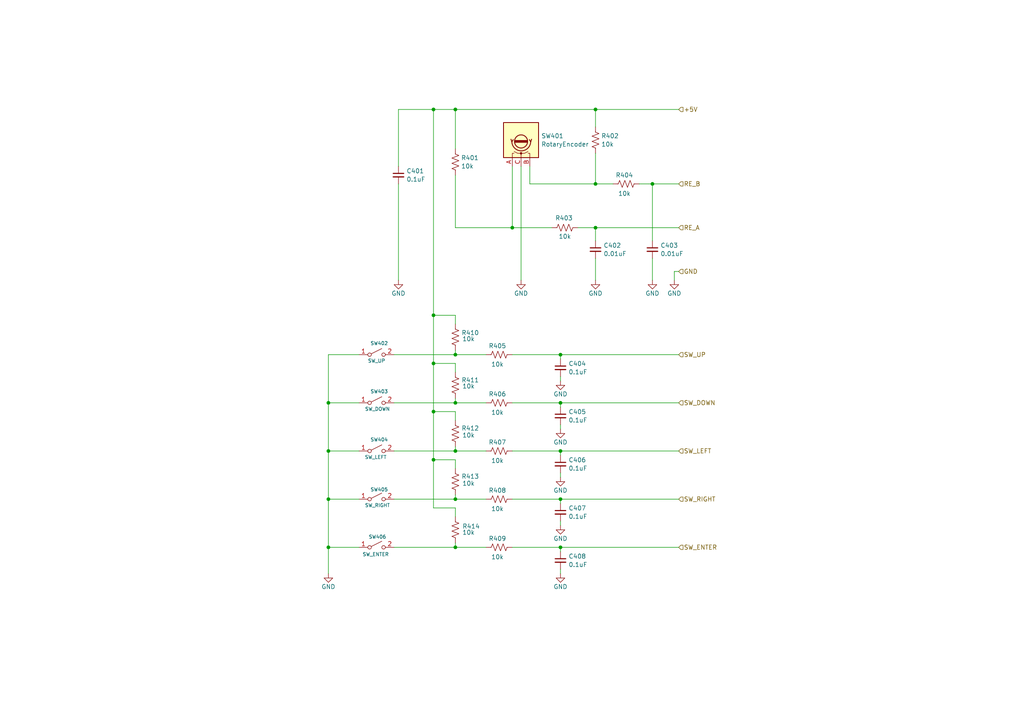
<source format=kicad_sch>
(kicad_sch (version 20231120) (generator "eeschema") (generator_version "8.0")
  (paper "A4")
  (title_block (title "InputSwitch Part") (date "2024-06-09") (rev "1.10") (company "LLC. YS-Lab.") (comment 1 "スイッチの名称を反映させる") (comment 2 "シュミットトリガ回路やめる"))
  (lib_symbols
    (symbol "Device:C_Small" (pin_numbers hide) (pin_names (offset 0.254) hide)
      (property "Reference" "C" (at 0.254 1.778 0))
      (property "Value" "C_Small" (at 0.254 -2.032 0))
      (symbol "C_Small_0_1"
        (polyline (pts (xy -1.524 -0.508) (xy 1.524 -0.508)) (stroke (width 0.3302)))
        (polyline (pts (xy -1.524 0.508) (xy 1.524 0.508)) (stroke (width 0.3048)))
      )
      (symbol "C_Small_1_1"
        (pin passive line (at 0 2.54 270) (length 2.032) (name "~") (number "1"))
        (pin passive line (at 0 -2.54 90) (length 2.032) (name "~") (number "2"))
      )
    )
    (symbol "Device:R_US" (pin_numbers hide) (pin_names (offset 0))
      (property "Reference" "R" (at 2.54 0 90))
      (property "Value" "R_US" (at -2.54 0 90))
      (symbol "R_US_0_1"
        (polyline (pts (xy 0 -2.286) (xy 0 -2.54)))
        (polyline (pts (xy 0 2.286) (xy 0 2.54)))
        (polyline (pts (xy 0 -0.762) (xy 1.016 -1.143) (xy 0 -1.524) (xy -1.016 -1.905) (xy 0 -2.286)))
        (polyline (pts (xy 0 0.762) (xy 1.016 0.381) (xy 0 0) (xy -1.016 -0.381) (xy 0 -0.762)))
        (polyline (pts (xy 0 2.286) (xy 1.016 1.905) (xy 0 1.524) (xy -1.016 1.143) (xy 0 0.762)))
      )
      (symbol "R_US_1_1"
        (pin passive line (at 0 3.81 270) (length 1.27) (name "~") (number "1"))
        (pin passive line (at 0 -3.81 90) (length 1.27) (name "~") (number "2"))
      )
    )
    (symbol "Device:RotaryEncoder" (pin_names (offset 0.254) hide)
      (property "Reference" "SW" (at 0 6.604 0))
      (property "Value" "RotaryEncoder" (at 0 -6.604 0))
      (symbol "RotaryEncoder_0_1"
        (rectangle (start -5.08 5.08) (end 5.08 -5.08) (stroke (width 0.254)) (fill (type background)))
        (circle (center -3.81 0) (radius 0.254) (fill (type outline)))
        (circle (center -0.381 0) (radius 1.905) (stroke (width 0.254)))
        (arc (start -0.381 2.667) (mid -3.0988 -0.0635) (end -0.381 -2.794) (stroke (width 0.254)))
        (polyline (pts (xy -0.635 -1.778) (xy -0.635 1.778)) (stroke (width 0.254)))
        (polyline (pts (xy -0.381 -1.778) (xy -0.381 1.778)) (stroke (width 0.254)))
        (polyline (pts (xy -0.127 1.778) (xy -0.127 -1.778)) (stroke (width 0.254)))
        (polyline (pts (xy -5.08 -2.54) (xy -3.81 -2.54) (xy -3.81 -2.032)))
        (polyline (pts (xy -5.08 2.54) (xy -3.81 2.54) (xy -3.81 2.032)))
        (polyline (pts (xy 0.254 -3.048) (xy -0.508 -2.794) (xy 0.127 -2.413)) (stroke (width 0.254)))
        (polyline (pts (xy 0.254 2.921) (xy -0.508 2.667) (xy 0.127 2.286)) (stroke (width 0.254)))
        (polyline (pts (xy -5.08 0) (xy -3.81 0) (xy -3.81 -1.016) (xy -3.302 -2.032)))
        (polyline (pts (xy -4.318 0) (xy -3.81 0) (xy -3.81 1.016) (xy -3.302 2.032)))
      )
      (symbol "RotaryEncoder_1_1"
        (pin passive line (at -7.62 2.54 0) (length 2.54) (name "A") (number "A"))
        (pin passive line (at -7.62 -2.54 0) (length 2.54) (name "B") (number "B"))
        (pin passive line (at -7.62 0 0) (length 2.54) (name "C") (number "C"))
      )
    )
    (symbol "Switch:SW_SPST" (pin_names (offset 0) hide)
      (property "Reference" "SW" (at 0 3.175 0))
      (property "Value" "SW_SPST" (at 0 -2.54 0))
      (symbol "SW_SPST_0_0"
        (circle (center -2.032 0) (radius 0.508))
        (polyline (pts (xy -1.524 0.254) (xy 1.524 1.778)))
        (circle (center 2.032 0) (radius 0.508))
      )
      (symbol "SW_SPST_1_1"
        (pin passive line (at -5.08 0 0) (length 2.54) (name "A") (number "1"))
        (pin passive line (at 5.08 0 180) (length 2.54) (name "B") (number "2"))
      )
    )
    (symbol "power:GND" (power) (pin_names (offset 0))
      (property "Value" "GND" (at 0 -3.81 0))
      (symbol "GND_0_1"
        (polyline (pts (xy 0 0) (xy 0 -1.27) (xy 1.27 -1.27) (xy 0 -2.54) (xy -1.27 -1.27) (xy 0 -1.27)))
      )
      (symbol "GND_1_1"
        (pin power_in line (at 0 0 270) (length 0) hide (name "GND") (number "1"))
      )
    )
  )
  (junction (at 125.73 31.75))
  (junction (at 148.59 66.04))
  (junction (at 172.72 66.04))
  (junction (at 125.73 91.44))
  (junction (at 162.56 144.78))
  (junction (at 172.72 31.75))
  (junction (at 132.08 31.75))
  (junction (at 132.08 158.75))
  (junction (at 162.56 116.84))
  (junction (at 132.08 102.87))
  (junction (at 125.73 105.41))
  (junction (at 95.25 116.84))
  (junction (at 95.25 144.78))
  (junction (at 172.72 53.34))
  (junction (at 132.08 144.78))
  (junction (at 95.25 158.75))
  (junction (at 132.08 130.81))
  (junction (at 132.08 116.84))
  (junction (at 95.25 130.81))
  (junction (at 125.73 119.38))
  (junction (at 162.56 130.81))
  (junction (at 162.56 158.75))
  (junction (at 162.56 102.87))
  (junction (at 125.73 133.35))
  (junction (at 189.23 53.34))
  (wire (pts (xy 95.25 158.75) (xy 95.25 166.37)))
  (wire (pts (xy 95.25 102.87) (xy 104.14 102.87)))
  (wire (pts (xy 189.23 53.34) (xy 189.23 69.85)))
  (wire (pts (xy 148.59 130.81) (xy 162.56 130.81)))
  (wire (pts (xy 114.3 130.81) (xy 132.08 130.81)))
  (wire (pts (xy 172.72 66.04) (xy 172.72 69.85)))
  (wire (pts (xy 132.08 101.6) (xy 132.08 102.87)))
  (wire (pts (xy 132.08 133.35) (xy 125.73 133.35)))
  (wire (pts (xy 162.56 130.81) (xy 162.56 132.08)))
  (wire (pts (xy 115.57 31.75) (xy 115.57 48.26)))
  (wire (pts (xy 148.59 66.04) (xy 132.08 66.04)))
  (wire (pts (xy 189.23 53.34) (xy 196.85 53.34)))
  (wire (pts (xy 132.08 31.75) (xy 172.72 31.75)))
  (wire (pts (xy 115.57 53.34) (xy 115.57 81.28)))
  (wire (pts (xy 162.56 130.81) (xy 196.85 130.81)))
  (wire (pts (xy 132.08 107.95) (xy 132.08 105.41)))
  (wire (pts (xy 148.59 158.75) (xy 162.56 158.75)))
  (wire (pts (xy 132.08 91.44) (xy 125.73 91.44)))
  (wire (pts (xy 172.72 44.45) (xy 172.72 53.34)))
  (wire (pts (xy 125.73 31.75) (xy 125.73 91.44)))
  (wire (pts (xy 189.23 74.93) (xy 189.23 81.28)))
  (wire (pts (xy 114.3 116.84) (xy 132.08 116.84)))
  (wire (pts (xy 132.08 158.75) (xy 140.97 158.75)))
  (wire (pts (xy 132.08 129.54) (xy 132.08 130.81)))
  (wire (pts (xy 172.72 66.04) (xy 196.85 66.04)))
  (wire (pts (xy 148.59 116.84) (xy 162.56 116.84)))
  (wire (pts (xy 132.08 147.32) (xy 132.08 149.86)))
  (wire (pts (xy 114.3 158.75) (xy 132.08 158.75)))
  (wire (pts (xy 125.73 133.35) (xy 125.73 147.32)))
  (wire (pts (xy 162.56 144.78) (xy 162.56 146.05)))
  (wire (pts (xy 132.08 50.8) (xy 132.08 66.04)))
  (wire (pts (xy 95.25 116.84) (xy 104.14 116.84)))
  (wire (pts (xy 162.56 116.84) (xy 162.56 118.11)))
  (wire (pts (xy 172.72 31.75) (xy 172.72 36.83)))
  (wire (pts (xy 115.57 31.75) (xy 125.73 31.75)))
  (wire (pts (xy 172.72 74.93) (xy 172.72 81.28)))
  (wire (pts (xy 132.08 143.51) (xy 132.08 144.78)))
  (wire (pts (xy 125.73 119.38) (xy 125.73 133.35)))
  (wire (pts (xy 172.72 31.75) (xy 196.85 31.75)))
  (wire (pts (xy 95.25 102.87) (xy 95.25 116.84)))
  (wire (pts (xy 95.25 144.78) (xy 95.25 158.75)))
  (wire (pts (xy 162.56 102.87) (xy 196.85 102.87)))
  (wire (pts (xy 162.56 109.22) (xy 162.56 110.49)))
  (wire (pts (xy 167.64 66.04) (xy 172.72 66.04)))
  (wire (pts (xy 95.25 116.84) (xy 95.25 130.81)))
  (wire (pts (xy 172.72 53.34) (xy 177.8 53.34)))
  (wire (pts (xy 95.25 130.81) (xy 95.25 144.78)))
  (wire (pts (xy 114.3 102.87) (xy 132.08 102.87)))
  (wire (pts (xy 125.73 147.32) (xy 132.08 147.32)))
  (wire (pts (xy 95.25 144.78) (xy 104.14 144.78)))
  (wire (pts (xy 162.56 137.16) (xy 162.56 138.43)))
  (wire (pts (xy 162.56 144.78) (xy 196.85 144.78)))
  (wire (pts (xy 132.08 130.81) (xy 140.97 130.81)))
  (wire (pts (xy 162.56 165.1) (xy 162.56 166.37)))
  (wire (pts (xy 162.56 123.19) (xy 162.56 124.46)))
  (wire (pts (xy 125.73 105.41) (xy 125.73 119.38)))
  (wire (pts (xy 153.67 53.34) (xy 153.67 48.26)))
  (wire (pts (xy 148.59 48.26) (xy 148.59 66.04)))
  (wire (pts (xy 132.08 31.75) (xy 132.08 43.18)))
  (wire (pts (xy 132.08 144.78) (xy 140.97 144.78)))
  (wire (pts (xy 162.56 158.75) (xy 196.85 158.75)))
  (wire (pts (xy 148.59 102.87) (xy 162.56 102.87)))
  (wire (pts (xy 148.59 144.78) (xy 162.56 144.78)))
  (wire (pts (xy 95.25 130.81) (xy 104.14 130.81)))
  (wire (pts (xy 132.08 102.87) (xy 140.97 102.87)))
  (wire (pts (xy 162.56 158.75) (xy 162.56 160.02)))
  (wire (pts (xy 162.56 151.13) (xy 162.56 152.4)))
  (wire (pts (xy 195.58 78.74) (xy 195.58 81.28)))
  (wire (pts (xy 162.56 104.14) (xy 162.56 102.87)))
  (wire (pts (xy 132.08 135.89) (xy 132.08 133.35)))
  (wire (pts (xy 132.08 121.92) (xy 132.08 119.38)))
  (wire (pts (xy 196.85 78.74) (xy 195.58 78.74)))
  (wire (pts (xy 151.13 48.26) (xy 151.13 81.28)))
  (wire (pts (xy 160.02 66.04) (xy 148.59 66.04)))
  (wire (pts (xy 132.08 93.98) (xy 132.08 91.44)))
  (wire (pts (xy 132.08 105.41) (xy 125.73 105.41)))
  (wire (pts (xy 185.42 53.34) (xy 189.23 53.34)))
  (wire (pts (xy 172.72 53.34) (xy 153.67 53.34)))
  (wire (pts (xy 114.3 144.78) (xy 132.08 144.78)))
  (wire (pts (xy 95.25 158.75) (xy 104.14 158.75)))
  (wire (pts (xy 132.08 116.84) (xy 140.97 116.84)))
  (wire (pts (xy 125.73 91.44) (xy 125.73 105.41)))
  (wire (pts (xy 132.08 119.38) (xy 125.73 119.38)))
  (wire (pts (xy 125.73 31.75) (xy 132.08 31.75)))
  (wire (pts (xy 132.08 157.48) (xy 132.08 158.75)))
  (wire (pts (xy 132.08 115.57) (xy 132.08 116.84)))
  (wire (pts (xy 162.56 116.84) (xy 196.85 116.84)))
  (hierarchical_label "RE_B" (shape input) (at 196.85 53.34 0))
  (hierarchical_label "SW_RIGHT" (shape input) (at 196.85 144.78 0))
  (hierarchical_label "SW_UP" (shape input) (at 196.85 102.87 0))
  (hierarchical_label "RE_A" (shape input) (at 196.85 66.04 0))
  (hierarchical_label "SW_LEFT" (shape input) (at 196.85 130.81 0))
  (hierarchical_label "SW_DOWN" (shape input) (at 196.85 116.84 0))
  (hierarchical_label "+5V" (shape input) (at 196.85 31.75 0))
  (hierarchical_label "SW_ENTER" (shape input) (at 196.85 158.75 0))
  (hierarchical_label "GND" (shape input) (at 196.85 78.74 0))
  (symbol (lib_id "Device:C_Small") (at 162.56 134.62 0) (unit 1)
    (property "Reference" "C406" (at 164.8841 133.4141 0) (effects (justify left)))
    (property "Value" "0.1uF" (at 164.8841 135.8384 0) (effects (justify left)))
    (property "Footprint" "Capacitor_THT:C_Disc_D3.0mm_W2.0mm_P2.50mm" (effects (hide yes)))
  )
  (symbol (lib_id "power:GND") (at 162.56 124.46 0) (unit 1)
    (property "Reference" "#PWR0407" (effects (hide yes)))
    (property "Value" "GND" (at 162.56 128.27 0))
  )
  (symbol (lib_id "power:GND") (at 195.58 81.28 0) (unit 1)
    (property "Reference" "#PWR0405" (effects (hide yes)))
    (property "Value" "GND" (at 195.58 85.09 0))
  )
  (symbol (lib_id "power:GND") (at 189.23 81.28 0) (unit 1)
    (property "Reference" "#PWR0404" (effects (hide yes)))
    (property "Value" "GND" (at 189.23 85.09 0))
  )
  (symbol (lib_id "Device:R_US") (at 132.08 46.99 0) (unit 1)
    (property "Reference" "R401" (at 133.731 45.7778 0) (effects (justify left)))
    (property "Value" "10k" (at 133.731 48.2021 0) (effects (justify left)))
    (property "Description" "Resistor, US symbol" (effects (hide yes)))
  )
  (symbol (lib_id "Device:R_US") (at 132.08 139.7 180) (unit 1)
    (property "Reference" "R413" (at 136.398 138.176 0))
    (property "Value" "10k" (at 135.89 140.208 0))
    (property "Description" "Resistor, US symbol" (effects (hide yes)))
  )
  (symbol (lib_id "Device:C_Small") (at 162.56 120.65 0) (unit 1)
    (property "Reference" "C405" (at 164.8841 119.4441 0) (effects (justify left)))
    (property "Value" "0.1uF" (at 164.8841 121.8684 0) (effects (justify left)))
    (property "Footprint" "Capacitor_THT:C_Disc_D3.0mm_W2.0mm_P2.50mm" (effects (hide yes)))
  )
  (symbol (lib_id "Device:C_Small") (at 162.56 162.56 0) (unit 1)
    (property "Reference" "C408" (at 164.8841 161.3541 0) (effects (justify left)))
    (property "Value" "0.1uF" (at 164.8841 163.7784 0) (effects (justify left)))
    (property "Footprint" "Capacitor_THT:C_Disc_D3.0mm_W2.0mm_P2.50mm" (effects (hide yes)))
  )
  (symbol (lib_id "Device:C_Small") (at 172.72 72.39 0) (unit 1)
    (property "Reference" "C402" (at 175.0441 71.1841 0) (effects (justify left)))
    (property "Value" "0.01uF" (at 175.0441 73.6084 0) (effects (justify left)))
    (property "Footprint" "Capacitor_THT:C_Disc_D3.0mm_W2.0mm_P2.50mm" (effects (hide yes)))
  )
  (symbol (lib_id "Device:R_US") (at 132.08 125.73 180) (unit 1)
    (property "Reference" "R412" (at 136.398 124.206 0))
    (property "Value" "10k" (at 135.89 126.238 0))
    (property "Description" "Resistor, US symbol" (effects (hide yes)))
  )
  (symbol (lib_id "power:GND") (at 115.57 81.28 0) (unit 1)
    (property "Reference" "#PWR0401" (effects (hide yes)))
    (property "Value" "GND" (at 115.57 85.09 0))
  )
  (symbol (lib_id "Device:C_Small") (at 189.23 72.39 0) (unit 1)
    (property "Reference" "C403" (at 191.5541 71.1842 0) (effects (justify left)))
    (property "Value" "0.01uF" (at 191.5541 73.6084 0) (effects (justify left)))
    (property "Footprint" "Capacitor_THT:C_Disc_D3.0mm_W2.0mm_P2.50mm" (effects (hide yes)))
  )
  (symbol (lib_id "power:GND") (at 162.56 110.49 0) (unit 1)
    (property "Reference" "#PWR0406" (effects (hide yes)))
    (property "Value" "GND" (at 162.56 114.3 0))
  )
  (symbol (lib_id "power:GND") (at 162.56 166.37 0) (unit 1)
    (property "Reference" "#PWR0410" (effects (hide yes)))
    (property "Value" "GND" (at 162.56 170.18 0))
  )
  (symbol (lib_id "Device:R_US") (at 163.83 66.04 90) (unit 1)
    (property "Reference" "R403" (at 163.576 63.246 90))
    (property "Value" "10k" (at 163.83 68.58 90))
    (property "Description" "Resistor, US symbol" (effects (hide yes)))
  )
  (symbol (lib_id "Device:R_US") (at 172.72 40.64 0) (unit 1)
    (property "Reference" "R402" (at 174.371 39.4278 0) (effects (justify left)))
    (property "Value" "10k" (at 174.371 41.8521 0) (effects (justify left)))
    (property "Description" "Resistor, US symbol" (effects (hide yes)))
  )
  (symbol (lib_id "Device:C_Small") (at 162.56 148.59 0) (unit 1)
    (property "Reference" "C407" (at 164.8841 147.3841 0) (effects (justify left)))
    (property "Value" "0.1uF" (at 164.8841 149.8084 0) (effects (justify left)))
    (property "Footprint" "Capacitor_THT:C_Disc_D3.0mm_W2.0mm_P2.50mm" (effects (hide yes)))
  )
  (symbol (lib_id "Switch:SW_SPST") (at 109.22 116.84 0) (unit 1)
    (property "Reference" "SW403" (at 109.982 113.538 0) (effects (font (size 1 1))))
    (property "Value" "SW_DOWN" (at 109.474 118.618 0) (effects (font (size 1 1))))
    (property "Footprint" "HOLLY:TVDT18-050" (effects (hide yes)))
  )
  (symbol (lib_id "Device:R_US") (at 132.08 111.76 180) (unit 1)
    (property "Reference" "R411" (at 136.398 110.236 0))
    (property "Value" "10k" (at 135.89 112.014 0))
    (property "Description" "Resistor, US symbol" (effects (hide yes)))
  )
  (symbol (lib_id "Device:R_US") (at 132.08 153.67 180) (unit 1)
    (property "Reference" "R414" (at 136.652 152.654 0))
    (property "Value" "10k" (at 135.89 154.432 0))
    (property "Description" "Resistor, US symbol" (effects (hide yes)))
  )
  (symbol (lib_id "Device:R_US") (at 144.78 102.87 90) (unit 1)
    (property "Reference" "R405" (at 144.272 100.33 90))
    (property "Value" "10k" (at 144.272 105.664 90))
    (property "Description" "Resistor, US symbol" (effects (hide yes)))
  )
  (symbol (lib_id "power:GND") (at 162.56 138.43 0) (unit 1)
    (property "Reference" "#PWR0408" (effects (hide yes)))
    (property "Value" "GND" (at 162.56 142.24 0))
  )
  (symbol (lib_id "Device:R_US") (at 181.61 53.34 90) (unit 1)
    (property "Reference" "R404" (at 181.102 50.8 90))
    (property "Value" "10k" (at 181.102 56.134 90))
    (property "Description" "Resistor, US symbol" (effects (hide yes)))
  )
  (symbol (lib_id "Switch:SW_SPST") (at 109.22 158.75 0) (unit 1)
    (property "Reference" "SW406" (at 109.474 155.702 0) (effects (font (size 1 1))))
    (property "Value" "SW_ENTER" (at 108.966 160.782 0) (effects (font (size 1 1))))
    (property "Footprint" "HOLLY:TVDT18-050" (effects (hide yes)))
  )
  (symbol (lib_id "Device:RotaryEncoder") (at 151.13 40.64 90) (unit 1)
    (property "Reference" "SW401" (at 156.972 39.4279 90) (effects (justify right)))
    (property "Value" "RotaryEncoder" (at 156.972 41.8521 90) (effects (justify right)))
    (property "Footprint" "Rotary_Encoder:RotaryEncoder_Alps_EC12E_Vertical_H20mm" (effects (hide yes)))
  )
  (symbol (lib_id "Switch:SW_SPST") (at 109.22 144.78 0) (unit 1)
    (property "Reference" "SW405" (at 109.982 141.986 0) (effects (font (size 1 1))))
    (property "Value" "SW_RIGHT" (at 109.474 146.558 0) (effects (font (size 1 1))))
    (property "Footprint" "HOLLY:TVDT18-050" (effects (hide yes)))
  )
  (symbol (lib_id "Switch:SW_SPST") (at 109.22 102.87 0) (unit 1)
    (property "Reference" "SW402" (at 109.982 99.568 0) (effects (font (size 1 1))))
    (property "Value" "SW_UP" (at 109.22 104.648 0) (effects (font (size 1 1))))
    (property "Footprint" "HOLLY:TVDT18-050" (effects (hide yes)))
  )
  (symbol (lib_id "Device:C_Small") (at 115.57 50.8 0) (unit 1)
    (property "Reference" "C401" (at 117.8941 49.5942 0) (effects (justify left)))
    (property "Value" "0.1uF" (at 117.8941 52.0184 0) (effects (justify left)))
    (property "Footprint" "Capacitor_THT:C_Disc_D3.0mm_W2.0mm_P2.50mm" (effects (hide yes)))
  )
  (symbol (lib_id "Switch:SW_SPST") (at 109.22 130.81 0) (unit 1)
    (property "Reference" "SW404" (at 109.982 127.508 0) (effects (font (size 1 1))))
    (property "Value" "SW_LEFT" (at 108.966 132.588 0) (effects (font (size 1 1))))
    (property "Footprint" "HOLLY:TVDT18-050" (effects (hide yes)))
  )
  (symbol (lib_id "Device:R_US") (at 132.08 97.79 180) (unit 1)
    (property "Reference" "R410" (at 136.398 96.52 0))
    (property "Value" "10k" (at 135.89 98.298 0))
    (property "Description" "Resistor, US symbol" (effects (hide yes)))
  )
  (symbol (lib_id "power:GND") (at 95.25 166.37 0) (unit 1)
    (property "Reference" "#PWR0411" (effects (hide yes)))
    (property "Value" "GND" (at 95.25 170.18 0))
  )
  (symbol (lib_id "Device:R_US") (at 144.78 144.78 90) (unit 1)
    (property "Reference" "R408" (at 144.272 142.24 90))
    (property "Value" "10k" (at 144.272 147.574 90))
    (property "Description" "Resistor, US symbol" (effects (hide yes)))
  )
  (symbol (lib_id "Device:R_US") (at 144.78 158.75 90) (unit 1)
    (property "Reference" "R409" (at 144.272 156.21 90))
    (property "Value" "10k" (at 144.272 161.544 90))
    (property "Description" "Resistor, US symbol" (effects (hide yes)))
  )
  (symbol (lib_id "power:GND") (at 172.72 81.28 0) (unit 1)
    (property "Reference" "#PWR0403" (effects (hide yes)))
    (property "Value" "GND" (at 172.72 85.09 0))
  )
  (symbol (lib_id "Device:R_US") (at 144.78 116.84 90) (unit 1)
    (property "Reference" "R406" (at 144.272 114.3 90))
    (property "Value" "10k" (at 144.272 119.634 90))
    (property "Description" "Resistor, US symbol" (effects (hide yes)))
  )
  (symbol (lib_id "power:GND") (at 151.13 81.28 0) (unit 1)
    (property "Reference" "#PWR0402" (effects (hide yes)))
    (property "Value" "GND" (at 151.13 85.09 0))
  )
  (symbol (lib_id "power:GND") (at 162.56 152.4 0) (unit 1)
    (property "Reference" "#PWR0409" (effects (hide yes)))
    (property "Value" "GND" (at 162.56 156.21 0))
  )
  (symbol (lib_id "Device:R_US") (at 144.78 130.81 90) (unit 1)
    (property "Reference" "R407" (at 144.272 128.27 90))
    (property "Value" "10k" (at 144.272 133.604 90))
    (property "Description" "Resistor, US symbol" (effects (hide yes)))
  )
  (symbol (lib_id "Device:C_Small") (at 162.56 106.68 0) (unit 1)
    (property "Reference" "C404" (at 164.8841 105.4741 0) (effects (justify left)))
    (property "Value" "0.1uF" (at 164.8841 107.8984 0) (effects (justify left)))
    (property "Footprint" "Capacitor_THT:C_Disc_D3.0mm_W2.0mm_P2.50mm" (effects (hide yes)))
  )
)
</source>
